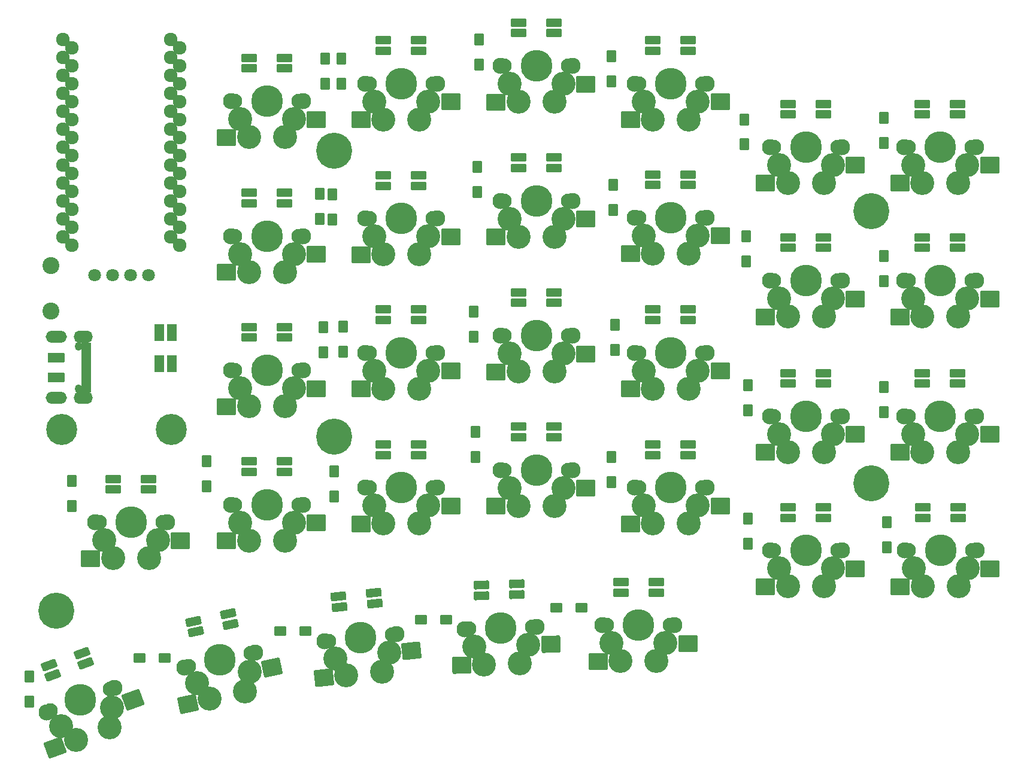
<source format=gbs>
G04 #@! TF.GenerationSoftware,KiCad,Pcbnew,(6.0.8)*
G04 #@! TF.CreationDate,2022-10-04T22:09:12+02:00*
G04 #@! TF.ProjectId,SofleKeyboard,536f666c-654b-4657-9962-6f6172642e6b,rev?*
G04 #@! TF.SameCoordinates,Original*
G04 #@! TF.FileFunction,Soldermask,Bot*
G04 #@! TF.FilePolarity,Negative*
%FSLAX46Y46*%
G04 Gerber Fmt 4.6, Leading zero omitted, Abs format (unit mm)*
G04 Created by KiCad (PCBNEW (6.0.8)) date 2022-10-04 22:09:12*
%MOMM*%
%LPD*%
G01*
G04 APERTURE LIST*
G04 Aperture macros list*
%AMRoundRect*
0 Rectangle with rounded corners*
0 $1 Rounding radius*
0 $2 $3 $4 $5 $6 $7 $8 $9 X,Y pos of 4 corners*
0 Add a 4 corners polygon primitive as box body*
4,1,4,$2,$3,$4,$5,$6,$7,$8,$9,$2,$3,0*
0 Add four circle primitives for the rounded corners*
1,1,$1+$1,$2,$3*
1,1,$1+$1,$4,$5*
1,1,$1+$1,$6,$7*
1,1,$1+$1,$8,$9*
0 Add four rect primitives between the rounded corners*
20,1,$1+$1,$2,$3,$4,$5,0*
20,1,$1+$1,$4,$5,$6,$7,0*
20,1,$1+$1,$6,$7,$8,$9,0*
20,1,$1+$1,$8,$9,$2,$3,0*%
G04 Aperture macros list end*
%ADD10C,5.100000*%
%ADD11C,1.924000*%
%ADD12C,2.400000*%
%ADD13RoundRect,0.200000X-0.475000X0.650000X-0.475000X-0.650000X0.475000X-0.650000X0.475000X0.650000X0*%
%ADD14RoundRect,0.200000X-0.650000X-0.475000X0.650000X-0.475000X0.650000X0.475000X-0.650000X0.475000X0*%
%ADD15C,4.500000*%
%ADD16C,3.400000*%
%ADD17C,2.100000*%
%ADD18C,2.300000*%
%ADD19RoundRect,0.200000X0.900000X0.410000X-0.900000X0.410000X-0.900000X-0.410000X0.900000X-0.410000X0*%
%ADD20RoundRect,0.200000X-1.150000X-1.000000X1.150000X-1.000000X1.150000X1.000000X-1.150000X1.000000X0*%
%ADD21RoundRect,0.200000X0.705495X0.693092X-0.985952X0.077456X-0.705495X-0.693092X0.985952X-0.077456X0*%
%ADD22RoundRect,0.200000X-0.738626X-1.333016X1.422667X-0.546369X0.738626X1.333016X-1.422667X0.546369X0*%
%ADD23RoundRect,0.200000X0.852213X0.501830X-0.937926X0.313678X-0.852213X-0.501830X0.937926X-0.313678X0*%
%ADD24RoundRect,0.200000X-1.039172X-1.114730X1.248229X-0.874314X1.039172X1.114730X-1.248229X0.874314X0*%
%ADD25RoundRect,0.200000X0.885143X0.441160X-0.913761X0.378341X-0.885143X-0.441160X0.913761X-0.378341X0*%
%ADD26RoundRect,0.200000X-1.114400X-1.039525X1.184199X-0.959256X1.114400X1.039525X-1.184199X0.959256X0*%
%ADD27C,4.400000*%
%ADD28C,1.797000*%
%ADD29RoundRect,0.200000X0.500000X-1.000000X0.500000X1.000000X-0.500000X1.000000X-0.500000X-1.000000X0*%
%ADD30RoundRect,0.200000X0.795089X0.588161X-0.965577X0.213920X-0.795089X-0.588161X0.965577X-0.213920X0*%
%ADD31RoundRect,0.200000X-0.916958X-1.217246X1.332781X-0.739049X0.916958X1.217246X-1.332781X0.739049X0*%
%ADD32C,1.000000*%
%ADD33O,1.000000X1.250000*%
%ADD34O,2.700000X1.700000*%
%ADD35O,3.000000X1.700000*%
%ADD36RoundRect,0.200000X1.000000X-0.500000X1.000000X0.500000X-1.000000X0.500000X-1.000000X-0.500000X0*%
%ADD37RoundRect,0.200000X0.500000X-0.260000X0.500000X0.260000X-0.500000X0.260000X-0.500000X-0.260000X0*%
%ADD38RoundRect,0.200000X0.500000X-0.135000X0.500000X0.135000X-0.500000X0.135000X-0.500000X-0.135000X0*%
G04 APERTURE END LIST*
D10*
X130000000Y-57000000D03*
X206000000Y-65600000D03*
X130000000Y-97500000D03*
X206000000Y-104100000D03*
X90700000Y-122100000D03*
D11*
X91670000Y-41230000D03*
X108208815Y-42425745D03*
X108208815Y-44965745D03*
X91670000Y-43770000D03*
X108208815Y-47505745D03*
X91670000Y-46310000D03*
X91670000Y-48850000D03*
X108208815Y-50045745D03*
X108208815Y-52585745D03*
X91670000Y-51390000D03*
X108208815Y-55125745D03*
X91670000Y-53930000D03*
X91670000Y-56470000D03*
X108208815Y-57665745D03*
X108208815Y-60205745D03*
X91670000Y-59010000D03*
X91670000Y-61550000D03*
X108208815Y-62745745D03*
X91670000Y-64090000D03*
X108208815Y-65285745D03*
X108208815Y-67825745D03*
X91670000Y-66630000D03*
X91670000Y-69170000D03*
X108208815Y-70365745D03*
X106910000Y-69170000D03*
X92968815Y-70365745D03*
X92968815Y-67825745D03*
X106910000Y-66630000D03*
X92968815Y-65285745D03*
X106910000Y-64090000D03*
X92968815Y-62745745D03*
X106910000Y-61550000D03*
X92968815Y-60205745D03*
X106910000Y-59010000D03*
X92968815Y-57665745D03*
X106910000Y-56470000D03*
X92968815Y-55125745D03*
X106910000Y-53930000D03*
X92968815Y-52585745D03*
X106910000Y-51390000D03*
X92968815Y-50045745D03*
X106910000Y-48850000D03*
X106910000Y-46310000D03*
X92968815Y-47505745D03*
X92968815Y-44965745D03*
X106910000Y-43770000D03*
X106910000Y-41230000D03*
X92968815Y-42425745D03*
D12*
X90000000Y-79750000D03*
X90000000Y-73250000D03*
D13*
X128750000Y-44000000D03*
X128750000Y-47550000D03*
X131000000Y-44005500D03*
X131000000Y-47555500D03*
X150500000Y-41265000D03*
X150500000Y-44815000D03*
X169250000Y-43650000D03*
X169250000Y-47200000D03*
X188000000Y-52575000D03*
X188000000Y-56125000D03*
X207750000Y-52350000D03*
X207750000Y-55900000D03*
X128000000Y-63140000D03*
X128000000Y-66690000D03*
X129800000Y-63165000D03*
X129800000Y-66715000D03*
X150250000Y-59290000D03*
X150250000Y-62840000D03*
X169500000Y-61875000D03*
X169500000Y-65425000D03*
X188250000Y-69100000D03*
X188250000Y-72650000D03*
X207750000Y-71900000D03*
X207750000Y-75450000D03*
X128500000Y-82000000D03*
X128500000Y-85550000D03*
X131250000Y-81900000D03*
X131250000Y-85450000D03*
X149750000Y-79790000D03*
X149750000Y-83340000D03*
X169725000Y-81650000D03*
X169725000Y-85200000D03*
X188500000Y-90200000D03*
X188500000Y-93750000D03*
X207750000Y-90500000D03*
X207750000Y-94050000D03*
X112000000Y-100975000D03*
X112000000Y-104525000D03*
X130000000Y-102425000D03*
X130000000Y-105975000D03*
X150000000Y-96790000D03*
X150000000Y-100340000D03*
X169250000Y-100375000D03*
X169250000Y-103925000D03*
X188500000Y-109075000D03*
X188500000Y-112625000D03*
X208200000Y-109600000D03*
X208200000Y-113150000D03*
X92900000Y-103725000D03*
X92900000Y-107275000D03*
X86900000Y-131425000D03*
X86900000Y-134975000D03*
D14*
X102525000Y-128800000D03*
X106075000Y-128800000D03*
X122425000Y-125000000D03*
X125975000Y-125000000D03*
X142325000Y-123400000D03*
X145875000Y-123400000D03*
D15*
X120500000Y-50000000D03*
D16*
X124310000Y-52540000D03*
X123040000Y-55080000D03*
X117960000Y-55080000D03*
D17*
X125000000Y-50000000D03*
D18*
X125580000Y-50000000D03*
X115420000Y-50000000D03*
D16*
X116690000Y-52540001D03*
D17*
X116000000Y-50000000D03*
D19*
X123000000Y-43875000D03*
X118000000Y-43875000D03*
X118000000Y-45375000D03*
X123000000Y-45375000D03*
D20*
X114800000Y-55120000D03*
X127500000Y-52580000D03*
D16*
X135690000Y-50040001D03*
X142040000Y-52580000D03*
D17*
X144000000Y-47500000D03*
D16*
X136960000Y-52580000D03*
D18*
X134420000Y-47500000D03*
D15*
X139500000Y-47500000D03*
D17*
X135000000Y-47500000D03*
D18*
X144580000Y-47500000D03*
D16*
X143310000Y-50040000D03*
D19*
X142000000Y-41375000D03*
X137000000Y-41375000D03*
X137000000Y-42875000D03*
X142000000Y-42875000D03*
D20*
X133800000Y-52620000D03*
X146500000Y-50080000D03*
D16*
X162410000Y-47540000D03*
D15*
X158600000Y-45000000D03*
D16*
X156060000Y-50080000D03*
D18*
X163680000Y-45000000D03*
X153520000Y-45000000D03*
D16*
X161140000Y-50080000D03*
X154790000Y-47540001D03*
D17*
X154100000Y-45000000D03*
X163100000Y-45000000D03*
D19*
X161100000Y-38875000D03*
X156100000Y-38875000D03*
X156100000Y-40375000D03*
X161100000Y-40375000D03*
D20*
X152900000Y-50120000D03*
X165600000Y-47580000D03*
D18*
X172520000Y-47500000D03*
X182680000Y-47500000D03*
D16*
X181410000Y-50040000D03*
D17*
X182100000Y-47500000D03*
D15*
X177600000Y-47500000D03*
D16*
X173790000Y-50040001D03*
D17*
X173100000Y-47500000D03*
D16*
X180140000Y-52580000D03*
X175060000Y-52580000D03*
D19*
X180100000Y-41375000D03*
X175100000Y-41375000D03*
X175100000Y-42875000D03*
X180100000Y-42875000D03*
D20*
X171900000Y-52620000D03*
X184600000Y-50080000D03*
D16*
X200510000Y-59040000D03*
X199240000Y-61580000D03*
X194160000Y-61580000D03*
D18*
X191620000Y-56500000D03*
D16*
X192890000Y-59040001D03*
D18*
X201780000Y-56500000D03*
D17*
X201200000Y-56500000D03*
X192200000Y-56500000D03*
D15*
X196700000Y-56500000D03*
D19*
X199200000Y-50375000D03*
X194200000Y-50375000D03*
X194200000Y-51875000D03*
X199200000Y-51875000D03*
D20*
X191000000Y-61620000D03*
X203700000Y-59080000D03*
D16*
X123040000Y-74180000D03*
X124310000Y-71640000D03*
D18*
X125580000Y-69100000D03*
D16*
X117960000Y-74180000D03*
D17*
X116000000Y-69100000D03*
X125000000Y-69100000D03*
D18*
X115420000Y-69100000D03*
D16*
X116690000Y-71640001D03*
D15*
X120500000Y-69100000D03*
D19*
X123000000Y-62975000D03*
X118000000Y-62975000D03*
X118000000Y-64475000D03*
X123000000Y-64475000D03*
D20*
X114800000Y-74220000D03*
X127500000Y-71680000D03*
D16*
X135690000Y-69140001D03*
D18*
X134420000Y-66600000D03*
D16*
X136960000Y-71680000D03*
D18*
X144580000Y-66600000D03*
D17*
X135000000Y-66600000D03*
D15*
X139500000Y-66600000D03*
D16*
X142040000Y-71680000D03*
D17*
X144000000Y-66600000D03*
D16*
X143310000Y-69140000D03*
D19*
X142000000Y-60475000D03*
X137000000Y-60475000D03*
X137000000Y-61975000D03*
X142000000Y-61975000D03*
D20*
X133800000Y-71720000D03*
X146500000Y-69180000D03*
D18*
X153520000Y-64090000D03*
X163680000Y-64090000D03*
D16*
X154790000Y-66630001D03*
D17*
X163100000Y-64090000D03*
D15*
X158600000Y-64090000D03*
D16*
X156060000Y-69170000D03*
D17*
X154100000Y-64090000D03*
D16*
X161140000Y-69170000D03*
X162410000Y-66630000D03*
D19*
X161100000Y-57965000D03*
X156100000Y-57965000D03*
X156100000Y-59465000D03*
X161100000Y-59465000D03*
D20*
X152900000Y-69210000D03*
X165600000Y-66670000D03*
D16*
X173790000Y-69040001D03*
X181410000Y-69040000D03*
X175060000Y-71580000D03*
D18*
X182680000Y-66500000D03*
D15*
X177600000Y-66500000D03*
D18*
X172520000Y-66500000D03*
D16*
X180140000Y-71580000D03*
D17*
X182100000Y-66500000D03*
X173100000Y-66500000D03*
D19*
X180100000Y-60375000D03*
X175100000Y-60375000D03*
X175100000Y-61875000D03*
X180100000Y-61875000D03*
D20*
X171900000Y-71620000D03*
X184600000Y-69080000D03*
D16*
X192890000Y-77940001D03*
X200510000Y-77940000D03*
D17*
X192200000Y-75400000D03*
D18*
X201780000Y-75400000D03*
D17*
X201200000Y-75400000D03*
D16*
X194160000Y-80480000D03*
D18*
X191620000Y-75400000D03*
D16*
X199240000Y-80480000D03*
D15*
X196700000Y-75400000D03*
D19*
X199200000Y-69275000D03*
X194200000Y-69275000D03*
X194200000Y-70775000D03*
X199200000Y-70775000D03*
D20*
X191000000Y-80520000D03*
X203700000Y-77980000D03*
D17*
X220200000Y-75400000D03*
D15*
X215700000Y-75400000D03*
D16*
X211890000Y-77940001D03*
D17*
X211200000Y-75400000D03*
D16*
X213160000Y-80480000D03*
X218240000Y-80480000D03*
D18*
X210620000Y-75400000D03*
D16*
X219510000Y-77940000D03*
D18*
X220780000Y-75400000D03*
D19*
X218200000Y-69275000D03*
X213200000Y-69275000D03*
X213200000Y-70775000D03*
X218200000Y-70775000D03*
D20*
X210000000Y-80520000D03*
X222700000Y-77980000D03*
D16*
X116690000Y-90640001D03*
D15*
X120500000Y-88100000D03*
D18*
X115420000Y-88100000D03*
D16*
X117960000Y-93180000D03*
D17*
X125000000Y-88100000D03*
D16*
X123040000Y-93180000D03*
X124310000Y-90640000D03*
D18*
X125580000Y-88100000D03*
D17*
X116000000Y-88100000D03*
D19*
X123000000Y-81975000D03*
X118000000Y-81975000D03*
X118000000Y-83475000D03*
X123000000Y-83475000D03*
D20*
X114800000Y-93220000D03*
X127500000Y-90680000D03*
D18*
X134420000Y-85600000D03*
D16*
X143310000Y-88140000D03*
D17*
X135000000Y-85600000D03*
D15*
X139500000Y-85600000D03*
D16*
X142040000Y-90680000D03*
X136960000Y-90680000D03*
X135690000Y-88140001D03*
D17*
X144000000Y-85600000D03*
D18*
X144580000Y-85600000D03*
D19*
X142000000Y-79475000D03*
X137000000Y-79475000D03*
X137000000Y-80975000D03*
X142000000Y-80975000D03*
D20*
X133800000Y-90720000D03*
X146500000Y-88180000D03*
D18*
X163680000Y-83190000D03*
D16*
X161140000Y-88270000D03*
D18*
X153520000Y-83190000D03*
D16*
X154790000Y-85730001D03*
X162410000Y-85730000D03*
D15*
X158600000Y-83190000D03*
D16*
X156060000Y-88270000D03*
D17*
X154100000Y-83190000D03*
X163100000Y-83190000D03*
D19*
X161100000Y-77065000D03*
X156100000Y-77065000D03*
X156100000Y-78565000D03*
X161100000Y-78565000D03*
D20*
X152900000Y-88310000D03*
X165600000Y-85770000D03*
D18*
X182680000Y-85600000D03*
D16*
X173790000Y-88140001D03*
X181410000Y-88140000D03*
D15*
X177600000Y-85600000D03*
D17*
X182100000Y-85600000D03*
D18*
X172520000Y-85600000D03*
D17*
X173100000Y-85600000D03*
D16*
X175060000Y-90680000D03*
X180140000Y-90680000D03*
D19*
X180100000Y-79475000D03*
X175100000Y-79475000D03*
X175100000Y-80975000D03*
X180100000Y-80975000D03*
D20*
X171900000Y-90720000D03*
X184600000Y-88180000D03*
D17*
X201200000Y-94600000D03*
D16*
X194160000Y-99680000D03*
X200510000Y-97140000D03*
D18*
X201780000Y-94600000D03*
D16*
X199240000Y-99680000D03*
D17*
X192200000Y-94600000D03*
D18*
X191620000Y-94600000D03*
D15*
X196700000Y-94600000D03*
D16*
X192890000Y-97140001D03*
D19*
X199200000Y-88475000D03*
X194200000Y-88475000D03*
X194200000Y-89975000D03*
X199200000Y-89975000D03*
D20*
X191000000Y-99720000D03*
X203700000Y-97180000D03*
D17*
X211200000Y-94600000D03*
X220200000Y-94600000D03*
D16*
X219510000Y-97140000D03*
D15*
X215700000Y-94600000D03*
D16*
X211890000Y-97140001D03*
D18*
X220780000Y-94600000D03*
D16*
X213160000Y-99680000D03*
X218240000Y-99680000D03*
D18*
X210620000Y-94600000D03*
D19*
X218200000Y-88475000D03*
X213200000Y-88475000D03*
X213200000Y-89975000D03*
X218200000Y-89975000D03*
D20*
X210000000Y-99720000D03*
X222700000Y-97180000D03*
D16*
X116690000Y-109640001D03*
D17*
X116000000Y-107100000D03*
D15*
X120500000Y-107100000D03*
D18*
X115420000Y-107100000D03*
D16*
X117960000Y-112180000D03*
X123040000Y-112180000D03*
X124310000Y-109640000D03*
D17*
X125000000Y-107100000D03*
D18*
X125580000Y-107100000D03*
D19*
X123000000Y-100975000D03*
X118000000Y-100975000D03*
X118000000Y-102475000D03*
X123000000Y-102475000D03*
D20*
X114800000Y-112220000D03*
X127500000Y-109680000D03*
D17*
X135000000Y-104700000D03*
D15*
X139500000Y-104700000D03*
D17*
X144000000Y-104700000D03*
D16*
X142040000Y-109780000D03*
D18*
X134420000Y-104700000D03*
X144580000Y-104700000D03*
D16*
X143310000Y-107240000D03*
X135690000Y-107240001D03*
X136960000Y-109780000D03*
D19*
X142000000Y-98575000D03*
X137000000Y-98575000D03*
X137000000Y-100075000D03*
X142000000Y-100075000D03*
D20*
X133800000Y-109820000D03*
X146500000Y-107280000D03*
D16*
X161140000Y-107270000D03*
X154790000Y-104730001D03*
D15*
X158600000Y-102190000D03*
D18*
X153520000Y-102190000D03*
D16*
X156060000Y-107270000D03*
D18*
X163680000Y-102190000D03*
D16*
X162410000Y-104730000D03*
D17*
X163100000Y-102190000D03*
X154100000Y-102190000D03*
D19*
X161100000Y-96065000D03*
X156100000Y-96065000D03*
X156100000Y-97565000D03*
X161100000Y-97565000D03*
D20*
X152900000Y-107310000D03*
X165600000Y-104770000D03*
D16*
X180140000Y-109780000D03*
X173790000Y-107240001D03*
D15*
X177600000Y-104700000D03*
D16*
X181410000Y-107240000D03*
D17*
X173100000Y-104700000D03*
D18*
X172520000Y-104700000D03*
D16*
X175060000Y-109780000D03*
D18*
X182680000Y-104700000D03*
D17*
X182100000Y-104700000D03*
D19*
X180100000Y-98575000D03*
X175100000Y-98575000D03*
X175100000Y-100075000D03*
X180100000Y-100075000D03*
D20*
X171900000Y-109820000D03*
X184600000Y-107280000D03*
D16*
X192890000Y-116140001D03*
D15*
X196700000Y-113600000D03*
D18*
X201780000Y-113600000D03*
X191620000Y-113600000D03*
D17*
X201200000Y-113600000D03*
X192200000Y-113600000D03*
D16*
X200510000Y-116140000D03*
X199240000Y-118680000D03*
X194160000Y-118680000D03*
D19*
X199200000Y-107475000D03*
X194200000Y-107475000D03*
X194200000Y-108975000D03*
X199200000Y-108975000D03*
D20*
X191000000Y-118720000D03*
X203700000Y-116180000D03*
D17*
X211250000Y-113600000D03*
D16*
X219560000Y-116140000D03*
D15*
X215750000Y-113600000D03*
D18*
X220830000Y-113600000D03*
D16*
X213210000Y-118680000D03*
D17*
X220250000Y-113600000D03*
D18*
X210670000Y-113600000D03*
D16*
X211940000Y-116140001D03*
X218290000Y-118680000D03*
D19*
X218250000Y-107475000D03*
X213250000Y-107475000D03*
X213250000Y-108975000D03*
X218250000Y-108975000D03*
D20*
X210050000Y-118720000D03*
X222750000Y-116180000D03*
D16*
X98274282Y-138654907D03*
X98598960Y-135833723D03*
D17*
X98378617Y-133210909D03*
D15*
X94150000Y-134750000D03*
D16*
X93500643Y-140392370D03*
D17*
X89921383Y-136289091D03*
D16*
X91438503Y-138439917D03*
D18*
X89376361Y-136487462D03*
X98923639Y-133012538D03*
D21*
X94404358Y-128139332D03*
X89705895Y-129849433D03*
X90218925Y-131258972D03*
X94917388Y-129548871D03*
D22*
X90544895Y-141510741D03*
X101610260Y-134780266D03*
D15*
X133750000Y-125950000D03*
D17*
X129274651Y-126420378D03*
D16*
X130226374Y-128874340D03*
X137804631Y-128077832D03*
D18*
X138802171Y-125418995D03*
D16*
X136807090Y-130736669D03*
X131754919Y-131267674D03*
D17*
X138225349Y-125479622D03*
D18*
X128697829Y-126481005D03*
D23*
X135596068Y-119597232D03*
X130623458Y-120119875D03*
X130780251Y-121611657D03*
X135752861Y-121089015D03*
D24*
X128616411Y-131637764D03*
X140981337Y-127784167D03*
D17*
X149052741Y-124707048D03*
D16*
X151188837Y-129715550D03*
X157446324Y-126955486D03*
D17*
X158047259Y-124392952D03*
D15*
X153550000Y-124550000D03*
D16*
X149830966Y-127221421D03*
D18*
X158626905Y-124372711D03*
X148473095Y-124727289D03*
D16*
X156265742Y-129538261D03*
D25*
X155834718Y-118341482D03*
X150837764Y-118515980D03*
X150890113Y-120015066D03*
X155887067Y-119840569D03*
D26*
X148032158Y-129865808D03*
X160635776Y-126884132D03*
D27*
X91500000Y-96500000D03*
D28*
X96190000Y-74600000D03*
X98730000Y-74600000D03*
X101270000Y-74600000D03*
X103810000Y-74600000D03*
D14*
X161425000Y-121700000D03*
X164975000Y-121700000D03*
D27*
X107000000Y-96500000D03*
D29*
X107035000Y-87187900D03*
X105285000Y-87187900D03*
X105285000Y-82787900D03*
X107035000Y-82787900D03*
D17*
X168550000Y-124200000D03*
D18*
X178130000Y-124200000D03*
X167970000Y-124200000D03*
D16*
X169240000Y-126740001D03*
X175590000Y-129280000D03*
X170510000Y-129280000D03*
X176860000Y-126740000D03*
D15*
X173050000Y-124200000D03*
D17*
X177550000Y-124200000D03*
D19*
X175550000Y-118075000D03*
X170550000Y-118075000D03*
X170550000Y-119575000D03*
X175550000Y-119575000D03*
D20*
X167350000Y-129320000D03*
X180050000Y-126780000D03*
D18*
X118818990Y-128043809D03*
D16*
X118104838Y-130792351D03*
D17*
X109448336Y-130035603D03*
D16*
X112421696Y-134597086D03*
X110651354Y-132376639D03*
D18*
X108881010Y-130156191D03*
D16*
X117390686Y-133540894D03*
D15*
X113850000Y-129100000D03*
D17*
X118251664Y-128164397D03*
D30*
X115021910Y-122589067D03*
X110131172Y-123628625D03*
X110443039Y-125095847D03*
X115333777Y-124056288D03*
D31*
X109339067Y-135293212D03*
X121233445Y-130168239D03*
D16*
X213160000Y-61580000D03*
D18*
X210620000Y-56500000D03*
D17*
X211200000Y-56500000D03*
D18*
X220780000Y-56500000D03*
D16*
X219510000Y-59040000D03*
D17*
X220200000Y-56500000D03*
D16*
X211890000Y-59040001D03*
D15*
X215700000Y-56500000D03*
D16*
X218240000Y-61580000D03*
D19*
X218200000Y-50375000D03*
X213200000Y-50375000D03*
X213200000Y-51875000D03*
X218200000Y-51875000D03*
D20*
X210000000Y-61620000D03*
X222700000Y-59080000D03*
D32*
X93850000Y-84700000D03*
D33*
X93850000Y-90700000D03*
D34*
X94575000Y-83380000D03*
D35*
X90750000Y-92020000D03*
D34*
X94575000Y-92020000D03*
D35*
X90750000Y-83380000D03*
D16*
X103840000Y-114680000D03*
D17*
X96800000Y-109600000D03*
D16*
X98760000Y-114680000D03*
X97490000Y-112140001D03*
D18*
X106380000Y-109600000D03*
D16*
X105110000Y-112140000D03*
D17*
X105800000Y-109600000D03*
D18*
X96220000Y-109600000D03*
D15*
X101300000Y-109600000D03*
D19*
X103800000Y-103475000D03*
X98800000Y-103475000D03*
X98800000Y-104975000D03*
X103800000Y-104975000D03*
D20*
X95600000Y-114720000D03*
X108300000Y-112180000D03*
D32*
X93850000Y-90700000D03*
D36*
X90750000Y-86300000D03*
D33*
X93850000Y-84700000D03*
D36*
X90750000Y-89100000D03*
D37*
X94950000Y-90800000D03*
X94950000Y-90050000D03*
D38*
X94950000Y-89450000D03*
X94950000Y-87950000D03*
X94950000Y-86950000D03*
X94950000Y-85950000D03*
D37*
X94950000Y-85350000D03*
X94950000Y-84600000D03*
X94950000Y-84600000D03*
X94950000Y-85350000D03*
D38*
X94950000Y-86450000D03*
X94950000Y-87450000D03*
X94950000Y-88450000D03*
X94950000Y-88950000D03*
D37*
X94950000Y-90050000D03*
X94950000Y-90800000D03*
D34*
X94575000Y-83380000D03*
D35*
X90750000Y-83380000D03*
D34*
X94575000Y-92020000D03*
D35*
X90750000Y-92020000D03*
M02*

</source>
